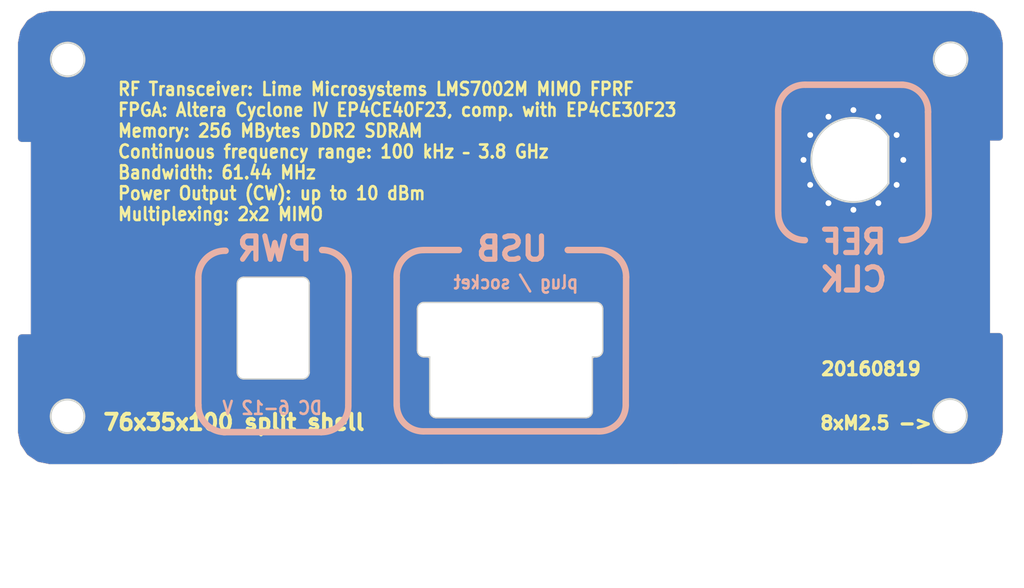
<source format=kicad_pcb>
(kicad_pcb (version 4) (host pcbnew "(2016-07-22 BZR 6991, Git 146a78a)-product")

  (general
    (links 11)
    (no_connects 0)
    (area 25.619999 92.929999 101.630001 127.950001)
    (thickness 1.6)
    (drawings 299)
    (tracks 1)
    (zones 0)
    (modules 1)
    (nets 2)
  )

  (page A4)
  (layers
    (0 F.Cu signal)
    (31 B.Cu signal)
    (32 B.Adhes user)
    (33 F.Adhes user)
    (34 B.Paste user)
    (35 F.Paste user)
    (36 B.SilkS user)
    (37 F.SilkS user)
    (38 B.Mask user)
    (39 F.Mask user)
    (40 Dwgs.User user)
    (41 Cmts.User user)
    (42 Eco1.User user)
    (43 Eco2.User user)
    (44 Edge.Cuts user)
    (45 Margin user)
    (46 B.CrtYd user)
    (47 F.CrtYd user)
    (48 B.Fab user)
    (49 F.Fab user)
  )

  (setup
    (last_trace_width 0.25)
    (trace_clearance 0.2)
    (zone_clearance 0)
    (zone_45_only yes)
    (trace_min 0.2)
    (segment_width 0.5)
    (edge_width 0.1)
    (via_size 0.8)
    (via_drill 0.4)
    (via_min_size 0.4)
    (via_min_drill 0.3)
    (uvia_size 0.3)
    (uvia_drill 0.1)
    (uvias_allowed no)
    (uvia_min_size 0.2)
    (uvia_min_drill 0.1)
    (pcb_text_width 0.3)
    (pcb_text_size 1.5 1.5)
    (mod_edge_width 0.15)
    (mod_text_size 1 1)
    (mod_text_width 0.15)
    (pad_size 0.8 0.8)
    (pad_drill 0.45)
    (pad_to_mask_clearance 0)
    (aux_axis_origin 24.25 92.1)
    (grid_origin 24.25 92.1)
    (visible_elements 7FFFFFFF)
    (pcbplotparams
      (layerselection 0x010f0_ffffffff)
      (usegerberextensions true)
      (excludeedgelayer true)
      (linewidth 0.150000)
      (plotframeref false)
      (viasonmask false)
      (mode 1)
      (useauxorigin true)
      (hpglpennumber 1)
      (hpglpenspeed 20)
      (hpglpendiameter 15)
      (psnegative false)
      (psa4output false)
      (plotreference false)
      (plotvalue false)
      (plotinvisibletext false)
      (padsonsilk false)
      (subtractmaskfromsilk true)
      (outputformat 1)
      (mirror false)
      (drillshape 0)
      (scaleselection 1)
      (outputdirectory Gerber/20160819_rear_panel/))
  )

  (net 0 "")
  (net 1 GND)

  (net_class Default "This is the default net class."
    (clearance 0.2)
    (trace_width 0.25)
    (via_dia 0.8)
    (via_drill 0.4)
    (uvia_dia 0.3)
    (uvia_drill 0.1)
    (add_net GND)
  )

  (module Ohisja:SMA_test1 (layer B.Cu) (tedit 57AB487E) (tstamp 57ABA22E)
    (at 90.085 104.445802 180)
    (fp_text reference REF** (at 0 -7.7 180) (layer Dwgs.User)
      (effects (font (size 1 1) (thickness 0.15)))
    )
    (fp_text value 2 (at 0 -6.7 180) (layer B.Fab)
      (effects (font (size 1 1) (thickness 0.15)) (justify mirror))
    )
    (fp_circle (center 0 0) (end 2.66 0) (layer B.Mask) (width 3))
    (fp_arc (start 0 0) (end -2.7 1.81) (angle -292.3265473) (layer Edge.Cuts) (width 0.15))
    (fp_circle (center 0 0) (end 6.25 0) (layer Dwgs.User) (width 0.15))
    (fp_line (start 0.2 -0.2) (end -0.2 0.2) (layer Dwgs.User) (width 0.15))
    (fp_line (start -0.2 -0.2) (end 0.2 0.2) (layer Dwgs.User) (width 0.15))
    (fp_line (start 4 -2.1) (end 4 2.1) (layer Dwgs.User) (width 0.15))
    (fp_line (start 0 -4.5) (end 4 -2.1) (layer Dwgs.User) (width 0.15))
    (fp_line (start -4 -2.1) (end 0 -4.5) (layer Dwgs.User) (width 0.15))
    (fp_line (start -4 2.1) (end -4 -2.1) (layer Dwgs.User) (width 0.15))
    (fp_line (start 0 4.5) (end -4 2.1) (layer Dwgs.User) (width 0.15))
    (fp_line (start 4 2.1) (end 0 4.5) (layer Dwgs.User) (width 0.15))
    (fp_line (start -2.7 1.81) (end -2.7 -1.81) (layer Edge.Cuts) (width 0.15))
    (fp_circle (center 0 0) (end 4.5 0) (layer Dwgs.User) (width 0.15))
    (fp_circle (center 0 0) (end 3.25 0) (layer Dwgs.User) (width 0.15))
    (fp_line (start -2.93 1.84) (end -2.93 -1.85) (layer B.Mask) (width 0.7))
    (fp_circle (center 0 0) (end 3.83 0) (layer B.Mask) (width 1.35))
    (fp_line (start -2.92 1.98) (end -2.92 -1.99) (layer F.Mask) (width 0.7))
    (fp_circle (center 0 0) (end 3.83 0) (layer F.Mask) (width 1.35))
    (fp_circle (center 0 0) (end 2.66 0) (layer F.Mask) (width 3))
    (pad 1 thru_hole circle (at 3.85 0 270) (size 0.8 0.8) (drill 0.45) (layers *.Cu)
      (net 1 GND))
    (pad 1 thru_hole circle (at 3.334198 1.925 240) (size 0.8 0.8) (drill 0.45) (layers *.Cu)
      (net 1 GND))
    (pad 1 thru_hole circle (at 1.925 3.334198 210) (size 0.8 0.8) (drill 0.45) (layers *.Cu)
      (net 1 GND))
    (pad 1 thru_hole circle (at 0 3.85 180) (size 0.8 0.8) (drill 0.45) (layers *.Cu)
      (net 1 GND))
    (pad 1 thru_hole circle (at -1.925 3.334198 150) (size 0.8 0.8) (drill 0.45) (layers *.Cu)
      (net 1 GND))
    (pad 1 thru_hole circle (at -3.334198 1.925 120) (size 0.8 0.8) (drill 0.45) (layers *.Cu)
      (net 1 GND))
    (pad 1 thru_hole circle (at -3.85 0 90) (size 0.8 0.8) (drill 0.45) (layers *.Cu)
      (net 1 GND))
    (pad 1 thru_hole circle (at -3.334198 -1.925 60) (size 0.8 0.8) (drill 0.45) (layers *.Cu)
      (net 1 GND))
    (pad 1 thru_hole circle (at -1.925 -3.334198 30) (size 0.8 0.8) (drill 0.45) (layers *.Cu)
      (net 1 GND))
    (pad 1 thru_hole circle (at 0 -3.85) (size 0.8 0.8) (drill 0.45) (layers *.Cu)
      (net 1 GND))
    (pad 1 thru_hole circle (at 1.925 -3.334198 330) (size 0.8 0.8) (drill 0.45) (layers *.Cu)
      (net 1 GND))
    (pad 1 thru_hole circle (at 3.334198 -1.925 300) (size 0.8 0.8) (drill 0.45) (layers *.Cu)
      (net 1 GND))
    (model D:/Dropbox/Projekti/Ohisja/sma.wrl
      (at (xyz 0 -0.02559055118110237 -0.1377952755905512))
      (scale (xyz 0.3937 0.3937 0.3937))
      (rotate (xyz 0 0 0))
    )
  )

  (gr_text 20160819 (at 87.47 120.58) (layer F.SilkS) (tstamp 57B728A9)
    (effects (font (size 1 1) (thickness 0.25)) (justify left))
  )
  (gr_line (start 30.861191 121.923439) (end 96.368446 121.923439) (layer Dwgs.User) (width 0.1))
  (gr_text "RF Transceiver: Lime Microsystems LMS7002M MIMO FPRF\nFPGA: Altera Cyclone IV EP4CE40F23, comp. with EP4CE30F23\nMemory: 256 MBytes DDR2 SDRAM\nContinuous frequency range: 100 kHz – 3.8 GHz\nBandwidth: 61.44 MHz\nPower Output (CW): up to 10 dBm\nMultiplexing: 2x2 MIMO" (at 33.25 103.8) (layer F.SilkS)
    (effects (font (size 1 0.9) (thickness 0.2)) (justify left))
  )
  (gr_text "plug / socket" (at 64.05 113.9) (layer B.SilkS) (tstamp 57B64499)
    (effects (font (size 1 0.9) (thickness 0.2)) (justify mirror))
  )
  (gr_text "DC 6-12 V" (at 45.25 123.6) (layer B.SilkS) (tstamp 57B64349)
    (effects (font (size 1 0.9) (thickness 0.2)) (justify mirror))
  )
  (gr_line (start 59.65 111.4) (end 56.95 111.4) (layer B.SilkS) (width 0.5))
  (gr_line (start 70.45 111.4) (end 68.05 111.4) (layer B.SilkS) (width 0.5))
  (gr_arc (start 70.47 123.35) (end 70.42 125.4) (angle -91.39718103) (layer B.SilkS) (width 0.5) (tstamp 57B6427F))
  (gr_arc (start 56.91 123.34939) (end 54.86 123.29939) (angle -91.4) (layer B.SilkS) (width 0.5) (tstamp 57B6427E))
  (gr_line (start 56.95 125.4) (end 70.45 125.4) (layer B.SilkS) (width 0.5) (tstamp 57B6427D))
  (gr_line (start 54.85 123.4) (end 54.85 113.5) (layer B.SilkS) (width 0.5) (tstamp 57B6427C))
  (gr_arc (start 56.900146 113.45638) (end 56.950146 111.40638) (angle -92.61605329) (layer B.SilkS) (width 0.5) (tstamp 57B6427B))
  (gr_arc (start 70.5 113.45) (end 72.55 113.5) (angle -91.39718103) (layer B.SilkS) (width 0.5) (tstamp 57B6427A))
  (gr_line (start 72.52 123.37) (end 72.55 113.5) (layer B.SilkS) (width 0.5) (tstamp 57B64279))
  (gr_line (start 39.55 123.4) (end 39.55 113.5) (layer B.SilkS) (width 0.5))
  (gr_arc (start 41.60061 113.51) (end 41.65061 111.46) (angle -91.39718103) (layer B.SilkS) (width 0.5) (tstamp 57B641C9))
  (gr_arc (start 41.61 123.40939) (end 39.56 123.35939) (angle -91.4) (layer B.SilkS) (width 0.5) (tstamp 57B641C7))
  (gr_line (start 41.51 125.46) (end 49.03 125.46) (layer B.SilkS) (width 0.5) (tstamp 57B641C6))
  (gr_arc (start 49.07 123.41) (end 49.02 125.46) (angle -91.39718103) (layer B.SilkS) (width 0.5) (tstamp 57B641C5))
  (gr_line (start 51.12 123.37) (end 51.15 113.5) (layer B.SilkS) (width 0.5) (tstamp 57B641C4))
  (gr_arc (start 49.1 113.45) (end 51.15 113.5) (angle -91.39718103) (layer B.SilkS) (width 0.5) (tstamp 57B641C3))
  (gr_text PWR (at 45.45 111.3) (layer B.SilkS) (tstamp 57B64190)
    (effects (font (size 1.8 1.8) (thickness 0.4)) (justify mirror))
  )
  (gr_text USB (at 63.75 111.3) (layer B.SilkS) (tstamp 57B64181)
    (effects (font (size 1.8 1.8) (thickness 0.4)) (justify mirror))
  )
  (gr_line (start 69.45 124.35) (end 57.9 124.35) (layer Edge.Cuts) (width 0.1) (tstamp 57B63D26))
  (gr_arc (start 69.45 123.85) (end 69.95 123.85) (angle 90) (layer Edge.Cuts) (width 0.1) (tstamp 57B63D18))
  (gr_line (start 69.95 119.65) (end 69.95 123.85) (layer Edge.Cuts) (width 0.1) (tstamp 57B63D0C))
  (gr_line (start 43.05 121.35) (end 47.6 121.35) (layer Edge.Cuts) (width 0.1) (tstamp 57B63C92))
  (gr_arc (start 47.6 120.85) (end 48.1 120.85) (angle 90) (layer Edge.Cuts) (width 0.1) (tstamp 57B63C91))
  (gr_line (start 48.1 114) (end 48.1 120.85) (layer Edge.Cuts) (width 0.1) (tstamp 57B63C90))
  (gr_arc (start 47.6 114) (end 47.6 113.5) (angle 90) (layer Edge.Cuts) (width 0.1) (tstamp 57B63C8F))
  (gr_line (start 47.6 113.5) (end 43.05 113.5) (layer Edge.Cuts) (width 0.1) (tstamp 57B63C8E))
  (gr_arc (start 43.05 114) (end 42.55 114) (angle 90) (layer Edge.Cuts) (width 0.1) (tstamp 57B63C8D))
  (gr_line (start 42.55 114) (end 42.55 120.85) (layer Edge.Cuts) (width 0.1) (tstamp 57B63C8C))
  (gr_arc (start 43.05 120.85) (end 43.05 121.35) (angle 90) (layer Edge.Cuts) (width 0.1) (tstamp 57B63C8B))
  (gr_arc (start 57.9 123.85) (end 57.9 124.35) (angle 90) (layer Edge.Cuts) (width 0.1) (tstamp 57B63C4B))
  (gr_line (start 57.4 119.65) (end 57.4 123.85) (layer Edge.Cuts) (width 0.1))
  (gr_line (start 69.95 119.65) (end 70.25 119.65) (layer Edge.Cuts) (width 0.1))
  (gr_line (start 57.4 119.65) (end 56.95 119.65) (layer Edge.Cuts) (width 0.1))
  (gr_arc (start 70.25 119.15) (end 70.75 119.15) (angle 90) (layer Edge.Cuts) (width 0.1) (tstamp 57B63BFF))
  (gr_line (start 70.75 115.95) (end 70.75 119.15) (layer Edge.Cuts) (width 0.1))
  (gr_arc (start 56.95 119.15) (end 56.95 119.65) (angle 90) (layer Edge.Cuts) (width 0.1) (tstamp 57B63BC7))
  (gr_line (start 56.45 115.95) (end 56.45 119.15) (layer Edge.Cuts) (width 0.1))
  (gr_arc (start 56.95 115.95) (end 56.45 115.95) (angle 90) (layer Edge.Cuts) (width 0.1) (tstamp 57B63B94))
  (gr_line (start 70.25 115.45) (end 56.95 115.45) (layer Edge.Cuts) (width 0.1))
  (gr_arc (start 70.25 115.95) (end 70.25 115.45) (angle 90) (layer Edge.Cuts) (width 0.1))
  (gr_line (start 101.62 118.1) (end 101.62 125.44) (layer Edge.Cuts) (width 0.02) (tstamp 57C9AB8D))
  (gr_line (start 25.63 95.43) (end 25.63 102.76) (layer Edge.Cuts) (width 0.02) (tstamp 57C9AB98))
  (gr_arc (start 25.93 102.76) (end 25.93 103.06) (angle 90) (layer Edge.Cuts) (width 0.02) (tstamp 57C9AB97))
  (gr_line (start 26.62 103.06) (end 25.93 103.06) (layer Edge.Cuts) (width 0.02) (tstamp 57C9AB96))
  (gr_line (start 26.62 117.9) (end 25.93 117.9) (layer Edge.Cuts) (width 0.02) (tstamp 57C9AB94))
  (gr_arc (start 25.93 118.2) (end 25.63 118.2) (angle 90) (layer Edge.Cuts) (width 0.02) (tstamp 57C9AB93))
  (gr_line (start 26.62 103.06) (end 26.62 117.9) (layer Edge.Cuts) (width 0.02) (tstamp 57C9AB92))
  (gr_line (start 25.63 118.2) (end 25.63 125.45) (layer Edge.Cuts) (width 0.02) (tstamp 57C9AB90))
  (gr_line (start 100.63 117.8) (end 100.629999 102.96) (layer Edge.Cuts) (width 0.02) (tstamp 57C9AB8C))
  (gr_arc (start 101.32 118.1) (end 101.32 117.8) (angle 90) (layer Edge.Cuts) (width 0.02) (tstamp 57C9AB8B))
  (gr_line (start 100.629999 102.96) (end 101.32 102.96) (layer Edge.Cuts) (width 0.02) (tstamp 57C9AB89))
  (gr_line (start 100.63 117.8) (end 101.32 117.8) (layer Edge.Cuts) (width 0.02) (tstamp 57C9AB88))
  (gr_arc (start 101.32 102.66) (end 101.62 102.66) (angle 90) (layer Edge.Cuts) (width 0.02) (tstamp 57C9AB85))
  (gr_line (start 101.62 95.43) (end 101.62 102.66) (layer Edge.Cuts) (width 0.02) (tstamp 57C9AB83))
  (gr_line (start 89.85 99.53) (end 90.25 99.93) (layer Dwgs.User) (width 0.2) (tstamp 57ABA1D5))
  (gr_line (start 90.25 99.53) (end 89.85 99.93) (layer Dwgs.User) (width 0.2) (tstamp 57ABA1E4))
  (gr_line (start 90.25 99.93) (end 90.25 99.53) (layer Dwgs.User) (width 0.2) (tstamp 57ABA1E1))
  (gr_line (start 90.25 99.53) (end 89.85 99.93) (layer Dwgs.User) (width 0.2) (tstamp 57ABA1DB))
  (gr_line (start 89.85 99.93) (end 89.85 99.53) (layer Dwgs.User) (width 0.2) (tstamp 57ABA1D8))
  (gr_line (start 89.85 99.53) (end 90.25 99.93) (layer Dwgs.User) (width 0.2) (tstamp 57ABA1DE))
  (gr_line (start 97.289077 123.308939) (end 97.289077 121.708939) (layer Dwgs.User) (width 0.1))
  (gr_line (start 48.0331 113.572642) (end 42.668781 113.572642) (layer Dwgs.User) (width 0.1))
  (gr_line (start 48.0331 121.236828) (end 48.0331 113.572642) (layer Dwgs.User) (width 0.1))
  (gr_line (start 42.668781 113.572642) (end 42.668781 121.236828) (layer Dwgs.User) (width 0.1))
  (gr_line (start 97.289077 121.708939) (end 29.202965 121.708939) (layer Dwgs.User) (width 0.1))
  (gr_line (start 69.913521 119.199078) (end 57.413521 119.199078) (layer Dwgs.User) (width 0.1))
  (gr_line (start 42.668781 121.236828) (end 48.0331 121.236828) (layer Dwgs.User) (width 0.1))
  (gr_line (start 29.202965 121.708939) (end 29.202965 123.308939) (layer Dwgs.User) (width 0.1))
  (gr_line (start 57.413521 119.199078) (end 57.413521 124.199078) (layer Dwgs.User) (width 0.1))
  (gr_line (start 69.913521 124.199078) (end 69.913521 119.199078) (layer Dwgs.User) (width 0.1))
  (gr_line (start 29.202965 123.308939) (end 97.289077 123.308939) (layer Dwgs.User) (width 0.1))
  (gr_line (start 57.413521 124.199078) (end 69.913521 124.199078) (layer Dwgs.User) (width 0.1))
  (gr_line (start 95.513035 97.299353) (end 95.575398 94.81731) (layer Dwgs.User) (width 0.1))
  (gr_line (start 99.080191 98.933259) (end 97.196832 98.858422) (layer Dwgs.User) (width 0.1))
  (gr_line (start 30.807102 95.442694) (end 29.643562 94.960739) (layer Dwgs.User) (width 0.1))
  (gr_line (start 28.123694 119.912146) (end 28.086277 121.758088) (layer Dwgs.User) (width 0.1))
  (gr_line (start 28.037135 124.122396) (end 28.519087 125.285936) (layer Dwgs.User) (width 0.1))
  (gr_line (start 96.149136 123.57909) (end 97.309086 122.506451) (layer Dwgs.User) (width 0.1))
  (gr_line (start 29.932219 121.770562) (end 29.894802 122.369246) (layer Dwgs.User) (width 0.1))
  (gr_line (start 95.625289 123.554142) (end 96.149136 123.57909) (layer Dwgs.User) (width 0.1))
  (gr_line (start 29.643562 98.251731) (end 30.807102 97.769778) (layer Dwgs.User) (width 0.1))
  (gr_line (start 96.151332 124.169465) (end 96.151332 124.169465) (layer Dwgs.User) (width 0.1))
  (gr_line (start 31.516237 123.529196) (end 31.603545 125.811677) (layer Dwgs.User) (width 0.1))
  (gr_line (start 29.98211 98.845953) (end 28.111223 98.858427) (layer Dwgs.User) (width 0.1))
  (gr_line (start 96.660508 110.345668) (end 96.7104 100.854035) (layer Dwgs.User) (width 0.1))
  (gr_line (start 30.846168 122.958856) (end 29.682629 122.476901) (layer Dwgs.User) (width 0.1))
  (gr_line (start 96.660508 119.912135) (end 96.660508 110.345668) (layer Dwgs.User) (width 0.1))
  (gr_line (start 31.289056 96.606234) (end 30.807102 95.442694) (layer Dwgs.User) (width 0.1))
  (gr_line (start 28.480022 97.769778) (end 29.643562 98.251731) (layer Dwgs.User) (width 0.1))
  (gr_line (start 28.519087 122.958856) (end 28.037135 124.122396) (layer Dwgs.User) (width 0.1))
  (gr_line (start 29.682629 122.476901) (end 28.519087 122.958856) (layer Dwgs.User) (width 0.1))
  (gr_line (start 97.796826 122.52397) (end 96.633284 123.005925) (layer Dwgs.User) (width 0.1))
  (gr_line (start 31.603545 125.811677) (end 95.550452 125.824151) (layer Dwgs.User) (width 0.1))
  (gr_line (start 31.328123 124.122396) (end 30.846168 122.958856) (layer Dwgs.User) (width 0.1))
  (gr_line (start 96.7104 100.854035) (end 99.055243 100.766727) (layer Dwgs.User) (width 0.1))
  (gr_line (start 28.480022 95.442694) (end 27.998068 96.606234) (layer Dwgs.User) (width 0.1))
  (gr_line (start 99.155025 119.949552) (end 96.660508 119.912135) (layer Dwgs.User) (width 0.1))
  (gr_line (start 99.22986 121.770548) (end 99.155025 119.949552) (layer Dwgs.User) (width 0.1))
  (gr_line (start 27.998068 96.606234) (end 28.480022 97.769778) (layer Dwgs.User) (width 0.1))
  (gr_line (start 98.960365 123.005925) (end 97.796826 122.52397) (layer Dwgs.User) (width 0.1))
  (gr_line (start 70.608536 119.540521) (end 70.608536 115.480749) (layer Dwgs.User) (width 0.1))
  (gr_line (start 29.643562 94.960739) (end 28.480022 95.442694) (layer Dwgs.User) (width 0.1))
  (gr_line (start 29.894802 122.369246) (end 30.95497 123.579085) (layer Dwgs.User) (width 0.1))
  (gr_line (start 31.34162 97.199573) (end 29.98211 98.584028) (layer Dwgs.User) (width 0.1))
  (gr_line (start 97.246723 98.234792) (end 96.236444 97.286879) (layer Dwgs.User) (width 0.1))
  (gr_line (start 95.575398 94.81731) (end 31.62849 94.829781) (layer Dwgs.User) (width 0.1))
  (gr_line (start 30.807102 97.769778) (end 31.289056 96.606234) (layer Dwgs.User) (width 0.1))
  (gr_line (start 97.408863 121.832911) (end 99.22986 121.770548) (layer Dwgs.User) (width 0.1))
  (gr_line (start 28.111223 98.858427) (end 28.086274 100.754261) (layer Dwgs.User) (width 0.1))
  (gr_line (start 27.998068 96.606234) (end 27.998068 96.606234) (layer Dwgs.User) (width 0.1))
  (gr_line (start 29.682629 125.76789) (end 30.846168 125.285936) (layer Dwgs.User) (width 0.1))
  (gr_line (start 30.95497 123.579085) (end 31.516237 123.529196) (layer Dwgs.User) (width 0.1))
  (gr_line (start 96.236444 97.286879) (end 95.513035 97.299353) (layer Dwgs.User) (width 0.1))
  (gr_line (start 56.543957 119.540521) (end 70.608536 119.540521) (layer Dwgs.User) (width 0.1))
  (gr_line (start 28.086277 121.758088) (end 29.932219 121.770562) (layer Dwgs.User) (width 0.1))
  (gr_line (start 28.086274 100.754261) (end 30.555846 100.779209) (layer Dwgs.User) (width 0.1))
  (gr_line (start 30.846168 125.285936) (end 31.328123 124.122396) (layer Dwgs.User) (width 0.1))
  (gr_line (start 28.519087 125.285936) (end 29.682629 125.76789) (layer Dwgs.User) (width 0.1))
  (gr_line (start 96.633284 123.005925) (end 96.151332 124.169465) (layer Dwgs.User) (width 0.1))
  (gr_line (start 99.055243 100.766727) (end 99.080191 98.933259) (layer Dwgs.User) (width 0.1))
  (gr_line (start 56.543957 115.480749) (end 56.543957 119.540521) (layer Dwgs.User) (width 0.1))
  (gr_line (start 28.037135 124.122396) (end 28.037135 124.122396) (layer Dwgs.User) (width 0.1))
  (gr_line (start 70.608536 115.480749) (end 56.543957 115.480749) (layer Dwgs.User) (width 0.1))
  (gr_line (start 70.396626 119.272938) (end 70.396626 115.83049) (layer Dwgs.User) (width 0.1))
  (gr_line (start 56.751611 115.83049) (end 56.751611 119.272938) (layer Dwgs.User) (width 0.1))
  (gr_line (start 30.555846 100.779209) (end 30.580794 119.862255) (layer Dwgs.User) (width 0.1))
  (gr_line (start 56.751611 119.272938) (end 70.396626 119.272938) (layer Dwgs.User) (width 0.1))
  (gr_line (start 70.396626 115.83049) (end 56.751611 115.83049) (layer Dwgs.User) (width 0.1))
  (gr_line (start 97.309086 122.506451) (end 97.408863 121.832911) (layer Dwgs.User) (width 0.1))
  (gr_line (start 97.196832 98.858422) (end 97.246723 98.234792) (layer Dwgs.User) (width 0.1))
  (gr_line (start 29.98211 98.584028) (end 29.98211 98.845953) (layer Dwgs.User) (width 0.1))
  (gr_line (start 95.550452 125.824151) (end 95.625289 123.554142) (layer Dwgs.User) (width 0.1))
  (gr_line (start 30.580794 119.862255) (end 28.123694 119.912146) (layer Dwgs.User) (width 0.1))
  (gr_line (start 99.44232 124.169465) (end 98.960365 123.005925) (layer Dwgs.User) (width 0.1))
  (gr_line (start 98.960365 125.333005) (end 99.44232 124.169465) (layer Dwgs.User) (width 0.1))
  (gr_line (start 97.796826 125.814959) (end 98.960365 125.333005) (layer Dwgs.User) (width 0.1))
  (gr_line (start 101.610071 127.868714) (end 101.610071 92.868713) (layer Dwgs.User) (width 0.1))
  (gr_line (start 25.610068 92.868713) (end 25.610068 127.868714) (layer Dwgs.User) (width 0.1))
  (gr_line (start 70.271898 119.28539) (end 56.851404 119.28539) (layer Dwgs.User) (width 0.1))
  (gr_line (start 69.648749 123.919269) (end 69.648749 119.400409) (layer Dwgs.User) (width 0.1))
  (gr_line (start 69.648749 119.400409) (end 57.662449 119.400409) (layer Dwgs.User) (width 0.1))
  (gr_line (start 57.662449 119.400409) (end 57.662449 123.919269) (layer Dwgs.User) (width 0.1))
  (gr_line (start 42.825261 121.244304) (end 47.826765 121.244304) (layer Dwgs.User) (width 0.1))
  (gr_line (start 47.908206 113.805182) (end 42.906702 113.805182) (layer Dwgs.User) (width 0.1))
  (gr_line (start 57.662449 123.919269) (end 69.648749 123.919269) (layer Dwgs.User) (width 0.1))
  (gr_line (start 97.756908 98.2755) (end 98.920445 97.793544) (layer Dwgs.User) (width 0.1))
  (gr_line (start 96.593365 97.793544) (end 97.756908 98.2755) (layer Dwgs.User) (width 0.1))
  (gr_line (start 56.851404 121.256057) (end 70.271898 121.256057) (layer Dwgs.User) (width 0.1))
  (gr_line (start 47.908206 121.226366) (end 47.908206 113.805182) (layer Dwgs.User) (width 0.1))
  (gr_line (start 96.593365 95.466459) (end 96.111414 96.63) (layer Dwgs.User) (width 0.1))
  (gr_line (start 98.920445 95.466459) (end 97.756908 94.984505) (layer Dwgs.User) (width 0.1))
  (gr_line (start 70.271898 121.256057) (end 70.271898 119.28539) (layer Dwgs.User) (width 0.1))
  (gr_line (start 42.825261 113.82312) (end 42.825261 121.244304) (layer Dwgs.User) (width 0.1))
  (gr_line (start 96.151332 124.169465) (end 96.633284 125.333005) (layer Dwgs.User) (width 0.1))
  (gr_line (start 47.826765 121.244304) (end 47.826765 113.82312) (layer Dwgs.User) (width 0.1))
  (gr_line (start 47.826765 113.82312) (end 42.825261 113.82312) (layer Dwgs.User) (width 0.1))
  (gr_line (start 42.906702 121.226366) (end 47.908206 121.226366) (layer Dwgs.User) (width 0.1))
  (gr_line (start 96.633284 125.333005) (end 97.796826 125.814959) (layer Dwgs.User) (width 0.1))
  (gr_line (start 96.111414 96.63) (end 96.111414 96.63) (layer Dwgs.User) (width 0.1))
  (gr_line (start 97.756908 94.984505) (end 96.593365 95.466459) (layer Dwgs.User) (width 0.1))
  (gr_line (start 99.402402 96.63) (end 98.920445 95.466459) (layer Dwgs.User) (width 0.1))
  (gr_line (start 56.851404 119.28539) (end 56.851404 121.256057) (layer Dwgs.User) (width 0.1))
  (gr_line (start 42.906702 113.805182) (end 42.906702 121.226366) (layer Dwgs.User) (width 0.1))
  (gr_line (start 25.610068 127.868714) (end 101.610071 127.868714) (layer Dwgs.User) (width 0.1))
  (gr_line (start 101.610071 92.868713) (end 25.610068 92.868713) (layer Dwgs.User) (width 0.1))
  (gr_line (start 98.920445 97.793544) (end 99.402402 96.63) (layer Dwgs.User) (width 0.1))
  (gr_line (start 96.111414 96.63) (end 96.593365 97.793544) (layer Dwgs.User) (width 0.1))
  (gr_text "8xM2.5 ->" (at 87.4 124.76) (layer F.SilkS) (tstamp 57B5EECB)
    (effects (font (size 1 1) (thickness 0.25)) (justify left))
  )
  (gr_circle (center 29.47 124.25) (end 27.673904 124.29511) (layer B.Mask) (width 1) (tstamp 57B5ECCE))
  (gr_circle (center 29.46 96.68) (end 27.663904 96.72511) (layer B.Mask) (width 1) (tstamp 57B5ECC0))
  (gr_circle (center 97.583338 96.67) (end 95.787242 96.71511) (layer B.Mask) (width 1) (tstamp 57B5ECA8))
  (gr_circle (center 29.46 124.24) (end 28.16 124.24) (layer Edge.Cuts) (width 0.15) (tstamp 57B5EBE9))
  (gr_circle (center 29.47 96.69) (end 28.17 96.69) (layer Edge.Cuts) (width 0.15) (tstamp 57B5EBDF))
  (gr_circle (center 97.58 96.66) (end 96.28 96.66) (layer Edge.Cuts) (width 0.15) (tstamp 57B5EBD5))
  (dimension 69.540006 (width 0.3) (layer Dwgs.User)
    (gr_text "69.540 mm" (at 63.563149 138.094064 0.02471776357) (layer Dwgs.User)
      (effects (font (size 1.5 1.5) (thickness 0.3)))
    )
    (feature1 (pts (xy 98.325738 120.9) (xy 98.333732 139.429064)))
    (feature2 (pts (xy 28.785738 120.93) (xy 28.793732 139.459064)))
    (crossbar (pts (xy 28.792567 136.759064) (xy 98.332567 136.729064)))
    (arrow1a (pts (xy 98.332567 136.729064) (xy 97.206316 137.315971)))
    (arrow1b (pts (xy 98.332567 136.729064) (xy 97.20581 136.143129)))
    (arrow2a (pts (xy 28.792567 136.759064) (xy 29.919324 137.344999)))
    (arrow2b (pts (xy 28.792567 136.759064) (xy 29.918818 136.172157)))
  )
  (gr_arc (start 28.12 125.45) (end 25.63 125.45) (angle -90) (layer Edge.Cuts) (width 0.02) (tstamp 57ABA381))
  (gr_arc (start 28.12 95.43) (end 28.12 92.94) (angle -90) (layer Edge.Cuts) (width 0.02) (tstamp 57ABA34D))
  (gr_arc (start 99.13 95.43) (end 101.62 95.43) (angle -90) (layer Edge.Cuts) (width 0.02) (tstamp 57ABA31B))
  (gr_arc (start 86.33 100.69) (end 86.38 98.64) (angle -91.39718103) (layer B.SilkS) (width 0.5) (tstamp 57ABA2A7))
  (gr_line (start 84.28 100.73) (end 84.28 108.52939) (layer B.SilkS) (width 0.5) (tstamp 57ABA2A6))
  (gr_arc (start 86.34 108.59) (end 84.29 108.54) (angle -91.39718103) (layer B.SilkS) (width 0.5) (tstamp 57ABA2A5))
  (gr_line (start 90.25 113.53) (end 89.85 113.93) (layer Dwgs.User) (width 0.2) (tstamp 57ABA1E6))
  (gr_line (start 77.25 113.53) (end 76.85 113.93) (layer Dwgs.User) (width 0.2) (tstamp 57ABA1E5))
  (gr_line (start 90.25 113.93) (end 90.25 113.53) (layer Dwgs.User) (width 0.2) (tstamp 57ABA1E3))
  (gr_line (start 77.25 113.93) (end 77.25 113.53) (layer Dwgs.User) (width 0.2) (tstamp 57ABA1E2))
  (gr_line (start 89.85 113.53) (end 90.25 113.93) (layer Dwgs.User) (width 0.2) (tstamp 57ABA1E0))
  (gr_line (start 76.85 113.53) (end 77.25 113.93) (layer Dwgs.User) (width 0.2) (tstamp 57ABA1DF))
  (gr_line (start 90.25 113.53) (end 89.85 113.93) (layer Dwgs.User) (width 0.2) (tstamp 57ABA1DD))
  (gr_line (start 77.25 113.53) (end 76.85 113.93) (layer Dwgs.User) (width 0.2) (tstamp 57ABA1DC))
  (gr_line (start 89.85 113.93) (end 89.85 113.53) (layer Dwgs.User) (width 0.2) (tstamp 57ABA1DA))
  (gr_line (start 76.85 113.93) (end 76.85 113.53) (layer Dwgs.User) (width 0.2) (tstamp 57ABA1D9))
  (gr_line (start 89.85 113.53) (end 90.25 113.93) (layer Dwgs.User) (width 0.2) (tstamp 57ABA1D7))
  (gr_line (start 76.85 113.53) (end 77.25 113.93) (layer Dwgs.User) (width 0.2) (tstamp 57ABA1D6))
  (gr_line (start 76.85 99.53) (end 77.25 99.93) (layer Dwgs.User) (width 0.2) (tstamp 57ABA1AB))
  (gr_line (start 77.25 99.53) (end 76.85 99.93) (layer Dwgs.User) (width 0.2) (tstamp 57ABA1AA))
  (gr_line (start 77.25 99.93) (end 77.25 99.53) (layer Dwgs.User) (width 0.2) (tstamp 57ABA1A9))
  (gr_line (start 63.25 113.53) (end 62.85 113.93) (layer Dwgs.User) (width 0.2) (tstamp 57AB9F4E))
  (gr_line (start 50.25 113.53) (end 49.85 113.93) (layer Dwgs.User) (width 0.2) (tstamp 57AB9F4D))
  (gr_line (start 37.25 113.53) (end 36.85 113.93) (layer Dwgs.User) (width 0.2) (tstamp 57AB9F4C))
  (gr_line (start 63.25 113.93) (end 63.25 113.53) (layer Dwgs.User) (width 0.2) (tstamp 57AB9F49))
  (gr_line (start 50.25 113.93) (end 50.25 113.53) (layer Dwgs.User) (width 0.2) (tstamp 57AB9F48))
  (gr_line (start 37.25 113.93) (end 37.25 113.53) (layer Dwgs.User) (width 0.2) (tstamp 57AB9F47))
  (gr_line (start 62.85 113.53) (end 63.25 113.93) (layer Dwgs.User) (width 0.2) (tstamp 57AB9F44))
  (gr_line (start 49.85 113.53) (end 50.25 113.93) (layer Dwgs.User) (width 0.2) (tstamp 57AB9F43))
  (gr_line (start 36.85 113.53) (end 37.25 113.93) (layer Dwgs.User) (width 0.2) (tstamp 57AB9F42))
  (gr_line (start 76.85 99.53) (end 77.25 99.93) (layer Dwgs.User) (width 0.2))
  (gr_line (start 76.85 99.93) (end 76.85 99.53) (layer Dwgs.User) (width 0.2))
  (gr_line (start 77.25 99.53) (end 76.85 99.93) (layer Dwgs.User) (width 0.2))
  (gr_text "REF\nCLK" (at 90.09 112.23) (layer B.SilkS) (tstamp 57AB9C37)
    (effects (font (size 1.8 1.8) (thickness 0.4)) (justify mirror))
  )
  (gr_line (start 93.89 98.64) (end 86.37 98.64) (layer B.SilkS) (width 0.5) (tstamp 57AB9C35))
  (gr_arc (start 93.79 100.69061) (end 95.84 100.74061) (angle -91.39718103) (layer B.SilkS) (width 0.5) (tstamp 57AB9C34))
  (gr_line (start 95.89 108.54) (end 95.84 100.74061) (layer B.SilkS) (width 0.5) (tstamp 57AB9C33))
  (gr_arc (start 93.83939 108.59) (end 93.78939 110.64) (angle -91.39718103) (layer B.SilkS) (width 0.5) (tstamp 57AB9C32))
  (gr_circle (center 97.546096 124.19489) (end 95.75 124.24) (layer B.Mask) (width 1) (tstamp 57AB9B1D))
  (gr_circle (center 97.54 124.2) (end 96.24 124.2) (layer Edge.Cuts) (width 0.15) (tstamp 57AB9B1B))
  (gr_arc (start 99.13 125.44) (end 99.13 127.93) (angle -90) (layer Edge.Cuts) (width 0.02) (tstamp 57AB9363))
  (gr_line (start 99.13 127.93) (end 28.12 127.94) (layer Edge.Cuts) (width 0.02))
  (gr_line (start 28.12 92.94) (end 99.13 92.94) (layer Edge.Cuts) (width 0.02))
  (gr_line (start 27.791242 124.238726) (end 28.273197 123.075186) (layer Dwgs.User) (width 0.1))
  (gr_line (start 29.476654 95.053766) (end 30.640197 95.53572) (layer Dwgs.User) (width 0.1))
  (gr_line (start 29.476654 98.344761) (end 28.313117 97.862805) (layer Dwgs.User) (width 0.1))
  (gr_line (start 31.122148 96.699261) (end 30.640197 97.862805) (layer Dwgs.User) (width 0.1))
  (gr_line (start 101.623494 92.937974) (end 101.623494 127.937975) (layer Dwgs.User) (width 0.1))
  (gr_line (start 27.83116 96.699261) (end 28.313117 95.53572) (layer Dwgs.User) (width 0.1))
  (gr_line (start 30.600278 123.075186) (end 31.08223 124.238726) (layer Dwgs.User) (width 0.1))
  (gr_line (start 31.08223 124.238726) (end 31.08223 124.238726) (layer Dwgs.User) (width 0.1))
  (gr_line (start 28.273197 125.402266) (end 27.791242 124.238726) (layer Dwgs.User) (width 0.1))
  (gr_line (start 25.623491 127.937975) (end 25.623491 92.937974) (layer Dwgs.User) (width 0.1))
  (gr_line (start 101.623494 127.937975) (end 25.623491 127.937975) (layer Dwgs.User) (width 0.1))
  (gr_line (start 99.196427 124.191657) (end 98.714475 125.355197) (layer Dwgs.User) (width 0.1))
  (gr_line (start 30.600278 125.402266) (end 29.436736 125.88422) (layer Dwgs.User) (width 0.1))
  (gr_line (start 30.640197 97.862805) (end 29.476654 98.344761) (layer Dwgs.User) (width 0.1))
  (gr_line (start 95.905439 124.191657) (end 96.387394 123.028117) (layer Dwgs.User) (width 0.1))
  (gr_line (start 29.436736 122.593231) (end 30.600278 123.075186) (layer Dwgs.User) (width 0.1))
  (gr_line (start 31.08223 124.238726) (end 30.600278 125.402266) (layer Dwgs.User) (width 0.1))
  (gr_line (start 31.122148 96.699261) (end 31.122148 96.699261) (layer Dwgs.User) (width 0.1))
  (gr_line (start 30.640197 95.53572) (end 31.122148 96.699261) (layer Dwgs.User) (width 0.1))
  (gr_line (start 28.313117 95.53572) (end 29.476654 95.053766) (layer Dwgs.User) (width 0.1))
  (gr_line (start 28.313117 97.862805) (end 27.83116 96.699261) (layer Dwgs.User) (width 0.1))
  (gr_line (start 25.623491 92.937974) (end 101.623494 92.937974) (layer Dwgs.User) (width 0.1))
  (gr_line (start 96.387394 125.355197) (end 95.905439 124.191657) (layer Dwgs.User) (width 0.1))
  (gr_line (start 29.436736 125.88422) (end 28.273197 125.402266) (layer Dwgs.User) (width 0.1))
  (gr_line (start 97.550933 125.837151) (end 96.387394 125.355197) (layer Dwgs.User) (width 0.1))
  (gr_line (start 28.273197 123.075186) (end 29.436736 122.593231) (layer Dwgs.User) (width 0.1))
  (gr_line (start 98.714475 125.355197) (end 97.550933 125.837151) (layer Dwgs.User) (width 0.1))
  (gr_line (start 96.278592 123.648346) (end 95.717325 123.598457) (layer Dwgs.User) (width 0.1))
  (gr_line (start 97.301343 121.839823) (end 97.33876 122.438507) (layer Dwgs.User) (width 0.1))
  (gr_line (start 30.573054 119.981396) (end 30.573054 110.414929) (layer Dwgs.User) (width 0.1))
  (gr_line (start 29.824699 121.902172) (end 28.003702 121.839809) (layer Dwgs.User) (width 0.1))
  (gr_line (start 98.75354 97.839039) (end 97.59 98.320992) (layer Dwgs.User) (width 0.1))
  (gr_line (start 96.42646 97.839039) (end 95.944506 96.675495) (layer Dwgs.User) (width 0.1))
  (gr_line (start 97.59 98.320992) (end 96.42646 97.839039) (layer Dwgs.User) (width 0.1))
  (gr_line (start 99.235494 96.675495) (end 99.235494 96.675495) (layer Dwgs.User) (width 0.1))
  (gr_line (start 96.677716 100.84847) (end 96.652768 119.931516) (layer Dwgs.User) (width 0.1))
  (gr_line (start 95.617546 96.957018) (end 95.891942 97.268834) (layer Dwgs.User) (width 0.1))
  (gr_line (start 97.251452 98.653289) (end 97.251452 98.915214) (layer Dwgs.User) (width 0.1))
  (gr_line (start 95.605072 94.899042) (end 95.617546 96.957018) (layer Dwgs.User) (width 0.1))
  (gr_line (start 31.608273 123.623403) (end 31.084426 123.648351) (layer Dwgs.User) (width 0.1))
  (gr_line (start 99.147288 100.823522) (end 96.677716 100.84847) (layer Dwgs.User) (width 0.1))
  (gr_line (start 95.891942 97.268834) (end 97.251452 98.653289) (layer Dwgs.User) (width 0.1))
  (gr_line (start 98.75354 95.511955) (end 99.235494 96.675495) (layer Dwgs.User) (width 0.1))
  (gr_line (start 95.630017 125.880938) (end 31.68311 125.893412) (layer Dwgs.User) (width 0.1))
  (gr_line (start 97.33876 122.438507) (end 96.278592 123.648346) (layer Dwgs.User) (width 0.1))
  (gr_line (start 99.109868 119.981407) (end 99.147285 121.827349) (layer Dwgs.User) (width 0.1))
  (gr_line (start 96.42646 95.511955) (end 97.59 95.03) (layer Dwgs.User) (width 0.1))
  (gr_line (start 31.658164 94.886571) (end 95.605072 94.899042) (layer Dwgs.User) (width 0.1))
  (gr_line (start 97.251452 98.915214) (end 99.122339 98.927688) (layer Dwgs.User) (width 0.1))
  (gr_line (start 99.196427 124.191657) (end 99.196427 124.191657) (layer Dwgs.User) (width 0.1))
  (gr_line (start 97.550933 122.546162) (end 98.714475 123.028117) (layer Dwgs.User) (width 0.1))
  (gr_line (start 30.03673 98.927683) (end 29.986839 98.304053) (layer Dwgs.User) (width 0.1))
  (gr_line (start 28.153371 99.00252) (end 30.03673 98.927683) (layer Dwgs.User) (width 0.1))
  (gr_line (start 30.861191 123.523439) (end 30.861191 121.923439) (layer Dwgs.User) (width 0.1))
  (gr_line (start 98.714475 123.028117) (end 99.196427 124.191657) (layer Dwgs.User) (width 0.1))
  (gr_line (start 96.368446 123.523439) (end 30.861191 123.523439) (layer Dwgs.User) (width 0.1))
  (gr_line (start 96.368446 121.923439) (end 96.368446 123.523439) (layer Dwgs.User) (width 0.1))
  (gr_line (start 30.997118 97.35614) (end 31.720527 97.368614) (layer Dwgs.User) (width 0.1))
  (gr_line (start 99.147285 121.827349) (end 97.301343 121.839823) (layer Dwgs.User) (width 0.1))
  (gr_line (start 95.944506 96.675495) (end 96.42646 95.511955) (layer Dwgs.User) (width 0.1))
  (gr_line (start 96.387394 123.028117) (end 97.550933 122.546162) (layer Dwgs.User) (width 0.1))
  (gr_line (start 28.078537 120.018813) (end 30.573054 119.981396) (layer Dwgs.User) (width 0.1))
  (gr_line (start 96.652768 119.931516) (end 99.109868 119.981407) (layer Dwgs.User) (width 0.1))
  (gr_line (start 29.986839 98.304053) (end 30.997118 97.35614) (layer Dwgs.User) (width 0.1))
  (gr_line (start 29.924476 122.575712) (end 29.824699 121.902172) (layer Dwgs.User) (width 0.1))
  (gr_line (start 28.178319 100.835988) (end 28.153371 99.00252) (layer Dwgs.User) (width 0.1))
  (gr_line (start 28.003702 121.839809) (end 28.078537 120.018813) (layer Dwgs.User) (width 0.1))
  (gr_line (start 99.235494 96.675495) (end 98.75354 97.839039) (layer Dwgs.User) (width 0.1))
  (gr_line (start 99.122339 98.927688) (end 99.147288 100.823522) (layer Dwgs.User) (width 0.1))
  (gr_line (start 30.523162 100.923296) (end 28.178319 100.835988) (layer Dwgs.User) (width 0.1))
  (gr_line (start 31.084426 123.648351) (end 29.924476 122.575712) (layer Dwgs.User) (width 0.1))
  (gr_line (start 31.68311 125.893412) (end 31.608273 123.623403) (layer Dwgs.User) (width 0.1))
  (gr_line (start 95.717325 123.598457) (end 95.630017 125.880938) (layer Dwgs.User) (width 0.1))
  (gr_line (start 30.573054 110.414929) (end 30.523162 100.923296) (layer Dwgs.User) (width 0.1))
  (gr_line (start 97.59 95.03) (end 98.75354 95.511955) (layer Dwgs.User) (width 0.1))
  (gr_text "76x35x100 split shell" (at 42.3 124.7) (layer F.SilkS)
    (effects (font (size 1.2 1.2) (thickness 0.3)))
  )

  (segment (start 70.25 115.45) (end 56.95 115.45) (width 0.25) (layer Dwgs.User) (net 0))

  (zone (net 0) (net_name "") (layer F.Mask) (tstamp 5766C47B) (hatch none 0.508)
    (connect_pads (clearance 0))
    (min_thickness 0.254)
    (fill yes (arc_segments 16) (thermal_gap 0.508) (thermal_bridge_width 0.508))
    (polygon
      (pts
        (xy 27.73 92.12) (xy 27.78 94.93) (xy 99.19 94.89) (xy 99.15 92.13)
      )
    )
    (filled_polygon
      (pts
        (xy 99.024827 92.256982) (xy 99.061147 94.763072) (xy 27.904759 94.80293) (xy 27.85928 92.247018)
      )
    )
  )
  (zone (net 0) (net_name "") (layer F.Mask) (tstamp 57AB93B7) (hatch none 0.508)
    (connect_pads (clearance 0))
    (min_thickness 0.254)
    (fill yes (arc_segments 16) (thermal_gap 0.508) (thermal_bridge_width 0.508))
    (polygon
      (pts
        (xy 27.518968 125.951688) (xy 27.55 128.73) (xy 98.96 128.69) (xy 98.938968 125.961688)
      )
    )
    (filled_polygon
      (pts
        (xy 98.812943 126.08867) (xy 98.832018 128.563072) (xy 27.675589 128.60293) (xy 27.647395 126.078706)
      )
    )
  )
  (zone (net 0) (net_name "") (layer F.Mask) (tstamp 57AB99C5) (hatch none 0.508)
    (connect_pads (clearance 0))
    (min_thickness 0.254)
    (fill yes (arc_segments 16) (thermal_gap 0.508) (thermal_bridge_width 0.508))
    (polygon
      (pts
        (xy 96.75 92.13) (xy 96.75 128.73) (xy 103.05 128.73) (xy 103.05 92.13)
      )
    )
    (filled_polygon
      (pts
        (xy 102.923 128.603) (xy 96.877 128.603) (xy 96.877 92.257) (xy 102.923 92.257)
      )
    )
  )
  (zone (net 0) (net_name "") (layer F.Mask) (tstamp 57AB9A35) (hatch none 0.508)
    (connect_pads (clearance 0))
    (min_thickness 0.254)
    (fill yes (arc_segments 16) (thermal_gap 0.508) (thermal_bridge_width 0.508))
    (polygon
      (pts
        (xy 24.25 92.096854) (xy 24.25 128.696854) (xy 30.55 128.696854) (xy 30.55 92.096854)
      )
    )
    (filled_polygon
      (pts
        (xy 30.423 128.569854) (xy 24.377 128.569854) (xy 24.377 92.223854) (xy 30.423 92.223854)
      )
    )
  )
  (zone (net 1) (net_name GND) (layer B.Cu) (tstamp 0) (hatch edge 0.508)
    (connect_pads yes (clearance 0))
    (min_thickness 0.254)
    (fill yes (arc_segments 16) (thermal_gap 0.508) (thermal_bridge_width 0.508))
    (polygon
      (pts
        (xy 24.25 92.1) (xy 103.25 92.1) (xy 103.25 129.1) (xy 24.25 129.1)
      )
    )
    (filled_polygon
      (pts
        (xy 100.029429 93.258592) (xy 100.791926 93.768077) (xy 101.301408 94.530571) (xy 101.483 95.443495) (xy 101.483 102.646505)
        (xy 101.468112 102.721352) (xy 101.433361 102.77336) (xy 101.381352 102.808112) (xy 101.306505 102.823) (xy 100.629999 102.823)
        (xy 100.577571 102.833429) (xy 100.533125 102.863126) (xy 100.503428 102.907572) (xy 100.492999 102.96) (xy 100.493 117.8)
        (xy 100.503429 117.852428) (xy 100.533126 117.896874) (xy 100.577572 117.926571) (xy 100.63 117.937) (xy 101.306505 117.937)
        (xy 101.381352 117.951888) (xy 101.433361 117.98664) (xy 101.468112 118.038648) (xy 101.483 118.113495) (xy 101.483 125.426505)
        (xy 101.301408 126.339429) (xy 100.791926 127.101923) (xy 100.029429 127.611408) (xy 99.116495 127.793002) (xy 28.133485 127.802998)
        (xy 27.220571 127.621408) (xy 26.458077 127.111926) (xy 25.948592 126.349429) (xy 25.767 125.436505) (xy 25.767 124.24)
        (xy 27.958 124.24) (xy 28.072333 124.814791) (xy 28.397926 125.302074) (xy 28.885209 125.627667) (xy 29.46 125.742)
        (xy 30.034791 125.627667) (xy 30.522074 125.302074) (xy 30.847667 124.814791) (xy 30.962 124.24) (xy 30.847667 123.665209)
        (xy 30.522074 123.177926) (xy 30.034791 122.852333) (xy 29.46 122.738) (xy 28.885209 122.852333) (xy 28.397926 123.177926)
        (xy 28.072333 123.665209) (xy 27.958 124.24) (xy 25.767 124.24) (xy 25.767 118.213495) (xy 25.781888 118.138648)
        (xy 25.81664 118.086639) (xy 25.868648 118.051888) (xy 25.943495 118.037) (xy 26.62 118.037) (xy 26.672428 118.026571)
        (xy 26.716874 117.996874) (xy 26.746571 117.952428) (xy 26.757 117.9) (xy 26.757 114) (xy 42.373 114)
        (xy 42.373 120.85) (xy 42.376401 120.867098) (xy 42.376401 120.884531) (xy 42.414461 121.075873) (xy 42.414461 121.075874)
        (xy 42.44089 121.139679) (xy 42.549275 121.301888) (xy 42.59811 121.350723) (xy 42.760321 121.45911) (xy 42.760322 121.459111)
        (xy 42.797698 121.474592) (xy 42.824126 121.485539) (xy 42.824127 121.485539) (xy 43.01547 121.523599) (xy 43.032902 121.523599)
        (xy 43.05 121.527) (xy 47.6 121.527) (xy 47.617098 121.523599) (xy 47.634531 121.523599) (xy 47.825873 121.485539)
        (xy 47.825874 121.485539) (xy 47.889679 121.45911) (xy 48.05189 121.350723) (xy 48.100725 121.301888) (xy 48.20911 121.139679)
        (xy 48.209111 121.139678) (xy 48.235539 121.075873) (xy 48.273599 120.88453) (xy 48.273599 120.867098) (xy 48.277 120.85)
        (xy 48.277 115.95) (xy 56.273 115.95) (xy 56.273 119.15) (xy 56.276401 119.167098) (xy 56.276401 119.184531)
        (xy 56.314461 119.375873) (xy 56.314461 119.375874) (xy 56.34089 119.439679) (xy 56.449275 119.601888) (xy 56.49811 119.650723)
        (xy 56.660321 119.75911) (xy 56.660322 119.759111) (xy 56.697698 119.774592) (xy 56.724126 119.785539) (xy 56.724127 119.785539)
        (xy 56.91547 119.823599) (xy 56.932902 119.823599) (xy 56.95 119.827) (xy 57.223 119.827) (xy 57.223 123.85)
        (xy 57.226401 123.867098) (xy 57.226401 123.884531) (xy 57.264461 124.075873) (xy 57.264461 124.075874) (xy 57.29089 124.139679)
        (xy 57.399275 124.301888) (xy 57.44811 124.350723) (xy 57.610321 124.45911) (xy 57.610322 124.459111) (xy 57.647698 124.474592)
        (xy 57.674126 124.485539) (xy 57.674127 124.485539) (xy 57.86547 124.523599) (xy 57.882902 124.523599) (xy 57.9 124.527)
        (xy 69.45 124.527) (xy 69.467098 124.523599) (xy 69.484531 124.523599) (xy 69.675873 124.485539) (xy 69.675874 124.485539)
        (xy 69.739679 124.45911) (xy 69.90189 124.350723) (xy 69.950725 124.301888) (xy 70.018804 124.2) (xy 96.038 124.2)
        (xy 96.152333 124.774791) (xy 96.477926 125.262074) (xy 96.965209 125.587667) (xy 97.54 125.702) (xy 98.114791 125.587667)
        (xy 98.602074 125.262074) (xy 98.927667 124.774791) (xy 99.042 124.2) (xy 98.927667 123.625209) (xy 98.602074 123.137926)
        (xy 98.114791 122.812333) (xy 97.54 122.698) (xy 96.965209 122.812333) (xy 96.477926 123.137926) (xy 96.152333 123.625209)
        (xy 96.038 124.2) (xy 70.018804 124.2) (xy 70.05911 124.139679) (xy 70.059111 124.139678) (xy 70.085539 124.075873)
        (xy 70.123599 123.88453) (xy 70.123599 123.867098) (xy 70.127 123.85) (xy 70.127 119.827) (xy 70.25 119.827)
        (xy 70.267098 119.823599) (xy 70.284531 119.823599) (xy 70.475873 119.785539) (xy 70.475874 119.785539) (xy 70.539679 119.75911)
        (xy 70.70189 119.650723) (xy 70.750725 119.601888) (xy 70.85911 119.439679) (xy 70.859111 119.439678) (xy 70.885539 119.375873)
        (xy 70.923599 119.18453) (xy 70.923599 119.167098) (xy 70.927 119.15) (xy 70.927 115.95) (xy 70.923599 115.932902)
        (xy 70.923599 115.91547) (xy 70.885539 115.724127) (xy 70.859111 115.660322) (xy 70.85911 115.660321) (xy 70.750723 115.49811)
        (xy 70.701888 115.449275) (xy 70.539679 115.34089) (xy 70.475874 115.314461) (xy 70.475873 115.314461) (xy 70.284531 115.276401)
        (xy 70.267098 115.276401) (xy 70.25 115.273) (xy 56.95 115.273) (xy 56.932902 115.276401) (xy 56.91547 115.276401)
        (xy 56.724127 115.314461) (xy 56.724126 115.314461) (xy 56.699064 115.324842) (xy 56.660322 115.340889) (xy 56.660321 115.34089)
        (xy 56.498112 115.449275) (xy 56.449277 115.49811) (xy 56.34089 115.660321) (xy 56.34089 115.660322) (xy 56.314461 115.724127)
        (xy 56.276401 115.915469) (xy 56.276401 115.932902) (xy 56.273 115.95) (xy 48.277 115.95) (xy 48.277 114)
        (xy 48.273599 113.982902) (xy 48.273599 113.96547) (xy 48.235539 113.774127) (xy 48.209111 113.710322) (xy 48.20911 113.710321)
        (xy 48.100723 113.54811) (xy 48.051888 113.499275) (xy 47.889679 113.39089) (xy 47.825874 113.364461) (xy 47.825873 113.364461)
        (xy 47.634531 113.326401) (xy 47.617098 113.326401) (xy 47.6 113.323) (xy 43.05 113.323) (xy 43.032902 113.326401)
        (xy 43.01547 113.326401) (xy 42.824127 113.364461) (xy 42.824126 113.364461) (xy 42.799064 113.374842) (xy 42.760322 113.390889)
        (xy 42.760321 113.39089) (xy 42.598112 113.499275) (xy 42.549277 113.54811) (xy 42.44089 113.710321) (xy 42.44089 113.710322)
        (xy 42.414461 113.774127) (xy 42.376401 113.965469) (xy 42.376401 113.982902) (xy 42.373 114) (xy 26.757 114)
        (xy 26.757 105.074821) (xy 86.693948 105.074821) (xy 86.709207 105.152146) (xy 86.709208 105.152147) (xy 87.192791 106.324635)
        (xy 87.192792 106.32464) (xy 87.198618 106.333387) (xy 87.236481 106.39024) (xy 87.236484 106.390242) (xy 88.131946 107.288418)
        (xy 88.131948 107.288421) (xy 88.158222 107.306035) (xy 88.197415 107.332309) (xy 88.19742 107.33231) (xy 89.368435 107.819438)
        (xy 89.368439 107.819441) (xy 89.445717 107.834934) (xy 90.714019 107.836854) (xy 90.791344 107.821595) (xy 90.791346 107.821593)
        (xy 91.963833 107.338011) (xy 91.963838 107.33801) (xy 92.003214 107.311786) (xy 92.029438 107.294321) (xy 92.02944 107.294318)
        (xy 92.927619 106.398853) (xy 92.927704 106.398726) (xy 92.927836 106.398638) (xy 92.949752 106.365839) (xy 92.971507 106.333387)
        (xy 92.971538 106.333233) (xy 92.971624 106.333104) (xy 92.979181 106.295112) (xy 92.987001 106.256108) (xy 92.98697 106.255952)
        (xy 92.987 106.255802) (xy 92.987 102.635807) (xy 92.987001 102.635802) (xy 92.971624 102.5585) (xy 92.927836 102.492966)
        (xy 92.037836 101.602966) (xy 92.004958 101.580998) (xy 91.972585 101.559296) (xy 91.972303 101.559179) (xy 91.972302 101.559178)
        (xy 91.972301 101.559178) (xy 90.801562 101.072164) (xy 90.801563 101.072164) (xy 90.801561 101.072163) (xy 90.739776 101.059776)
        (xy 90.724283 101.05667) (xy 90.724282 101.05667) (xy 89.455981 101.05475) (xy 89.378656 101.070009) (xy 88.206167 101.553593)
        (xy 88.206162 101.553594) (xy 88.140563 101.597283) (xy 87.242381 102.49275) (xy 87.198493 102.558217) (xy 87.198492 102.558222)
        (xy 86.711363 103.729239) (xy 86.711361 103.729241) (xy 86.695868 103.80652) (xy 86.693948 105.074821) (xy 26.757 105.074821)
        (xy 26.757 103.06) (xy 26.746571 103.007572) (xy 26.716874 102.963126) (xy 26.672428 102.933429) (xy 26.62 102.923)
        (xy 25.943495 102.923) (xy 25.868648 102.908112) (xy 25.81664 102.873361) (xy 25.781888 102.821352) (xy 25.767 102.746505)
        (xy 25.767 96.69) (xy 27.968 96.69) (xy 28.082333 97.264791) (xy 28.407926 97.752074) (xy 28.895209 98.077667)
        (xy 29.47 98.192) (xy 30.044791 98.077667) (xy 30.532074 97.752074) (xy 30.857667 97.264791) (xy 30.972 96.69)
        (xy 30.966033 96.66) (xy 96.078 96.66) (xy 96.192333 97.234791) (xy 96.517926 97.722074) (xy 97.005209 98.047667)
        (xy 97.58 98.162) (xy 98.154791 98.047667) (xy 98.642074 97.722074) (xy 98.967667 97.234791) (xy 99.082 96.66)
        (xy 98.967667 96.085209) (xy 98.642074 95.597926) (xy 98.154791 95.272333) (xy 97.58 95.158) (xy 97.005209 95.272333)
        (xy 96.517926 95.597926) (xy 96.192333 96.085209) (xy 96.078 96.66) (xy 30.966033 96.66) (xy 30.857667 96.115209)
        (xy 30.532074 95.627926) (xy 30.044791 95.302333) (xy 29.47 95.188) (xy 28.895209 95.302333) (xy 28.407926 95.627926)
        (xy 28.082333 96.115209) (xy 27.968 96.69) (xy 25.767 96.69) (xy 25.767 95.443495) (xy 25.948592 94.530571)
        (xy 26.458077 93.768074) (xy 27.220571 93.258592) (xy 28.133495 93.077) (xy 99.116505 93.077)
      )
    )
  )
  (zone (net 1) (net_name GND) (layer F.Cu) (tstamp 57ABA45E) (hatch edge 0.508)
    (connect_pads yes (clearance 0))
    (min_thickness 0.254)
    (fill yes (arc_segments 16) (thermal_gap 0.508) (thermal_bridge_width 0.508))
    (polygon
      (pts
        (xy 24.25 92.1) (xy 103.25 92.1) (xy 103.25 129.1) (xy 24.25 129.1)
      )
    )
    (filled_polygon
      (pts
        (xy 100.029429 93.258592) (xy 100.791926 93.768077) (xy 101.301408 94.530571) (xy 101.483 95.443495) (xy 101.483 102.646505)
        (xy 101.468112 102.721352) (xy 101.433361 102.77336) (xy 101.381352 102.808112) (xy 101.306505 102.823) (xy 100.629999 102.823)
        (xy 100.577571 102.833429) (xy 100.533125 102.863126) (xy 100.503428 102.907572) (xy 100.492999 102.96) (xy 100.493 117.8)
        (xy 100.503429 117.852428) (xy 100.533126 117.896874) (xy 100.577572 117.926571) (xy 100.63 117.937) (xy 101.306505 117.937)
        (xy 101.381352 117.951888) (xy 101.433361 117.98664) (xy 101.468112 118.038648) (xy 101.483 118.113495) (xy 101.483 125.426505)
        (xy 101.301408 126.339429) (xy 100.791926 127.101923) (xy 100.029429 127.611408) (xy 99.116495 127.793002) (xy 28.133485 127.802998)
        (xy 27.220571 127.621408) (xy 26.458077 127.111926) (xy 25.948592 126.349429) (xy 25.767 125.436505) (xy 25.767 124.24)
        (xy 27.958 124.24) (xy 28.072333 124.814791) (xy 28.397926 125.302074) (xy 28.885209 125.627667) (xy 29.46 125.742)
        (xy 30.034791 125.627667) (xy 30.522074 125.302074) (xy 30.847667 124.814791) (xy 30.962 124.24) (xy 30.847667 123.665209)
        (xy 30.522074 123.177926) (xy 30.034791 122.852333) (xy 29.46 122.738) (xy 28.885209 122.852333) (xy 28.397926 123.177926)
        (xy 28.072333 123.665209) (xy 27.958 124.24) (xy 25.767 124.24) (xy 25.767 118.213495) (xy 25.781888 118.138648)
        (xy 25.81664 118.086639) (xy 25.868648 118.051888) (xy 25.943495 118.037) (xy 26.62 118.037) (xy 26.672428 118.026571)
        (xy 26.716874 117.996874) (xy 26.746571 117.952428) (xy 26.757 117.9) (xy 26.757 114) (xy 42.373 114)
        (xy 42.373 120.85) (xy 42.376401 120.867098) (xy 42.376401 120.884531) (xy 42.414461 121.075873) (xy 42.414461 121.075874)
        (xy 42.44089 121.139679) (xy 42.549275 121.301888) (xy 42.59811 121.350723) (xy 42.760321 121.45911) (xy 42.760322 121.459111)
        (xy 42.797698 121.474592) (xy 42.824126 121.485539) (xy 42.824127 121.485539) (xy 43.01547 121.523599) (xy 43.032902 121.523599)
        (xy 43.05 121.527) (xy 47.6 121.527) (xy 47.617098 121.523599) (xy 47.634531 121.523599) (xy 47.825873 121.485539)
        (xy 47.825874 121.485539) (xy 47.889679 121.45911) (xy 48.05189 121.350723) (xy 48.100725 121.301888) (xy 48.20911 121.139679)
        (xy 48.209111 121.139678) (xy 48.235539 121.075873) (xy 48.273599 120.88453) (xy 48.273599 120.867098) (xy 48.277 120.85)
        (xy 48.277 115.95) (xy 56.273 115.95) (xy 56.273 119.15) (xy 56.276401 119.167098) (xy 56.276401 119.184531)
        (xy 56.314461 119.375873) (xy 56.314461 119.375874) (xy 56.34089 119.439679) (xy 56.449275 119.601888) (xy 56.49811 119.650723)
        (xy 56.660321 119.75911) (xy 56.660322 119.759111) (xy 56.697698 119.774592) (xy 56.724126 119.785539) (xy 56.724127 119.785539)
        (xy 56.91547 119.823599) (xy 56.932902 119.823599) (xy 56.95 119.827) (xy 57.223 119.827) (xy 57.223 123.85)
        (xy 57.226401 123.867098) (xy 57.226401 123.884531) (xy 57.264461 124.075873) (xy 57.264461 124.075874) (xy 57.29089 124.139679)
        (xy 57.399275 124.301888) (xy 57.44811 124.350723) (xy 57.610321 124.45911) (xy 57.610322 124.459111) (xy 57.647698 124.474592)
        (xy 57.674126 124.485539) (xy 57.674127 124.485539) (xy 57.86547 124.523599) (xy 57.882902 124.523599) (xy 57.9 124.527)
        (xy 69.45 124.527) (xy 69.467098 124.523599) (xy 69.484531 124.523599) (xy 69.675873 124.485539) (xy 69.675874 124.485539)
        (xy 69.739679 124.45911) (xy 69.90189 124.350723) (xy 69.950725 124.301888) (xy 70.018804 124.2) (xy 96.038 124.2)
        (xy 96.152333 124.774791) (xy 96.477926 125.262074) (xy 96.965209 125.587667) (xy 97.54 125.702) (xy 98.114791 125.587667)
        (xy 98.602074 125.262074) (xy 98.927667 124.774791) (xy 99.042 124.2) (xy 98.927667 123.625209) (xy 98.602074 123.137926)
        (xy 98.114791 122.812333) (xy 97.54 122.698) (xy 96.965209 122.812333) (xy 96.477926 123.137926) (xy 96.152333 123.625209)
        (xy 96.038 124.2) (xy 70.018804 124.2) (xy 70.05911 124.139679) (xy 70.059111 124.139678) (xy 70.085539 124.075873)
        (xy 70.123599 123.88453) (xy 70.123599 123.867098) (xy 70.127 123.85) (xy 70.127 119.827) (xy 70.25 119.827)
        (xy 70.267098 119.823599) (xy 70.284531 119.823599) (xy 70.475873 119.785539) (xy 70.475874 119.785539) (xy 70.539679 119.75911)
        (xy 70.70189 119.650723) (xy 70.750725 119.601888) (xy 70.85911 119.439679) (xy 70.859111 119.439678) (xy 70.885539 119.375873)
        (xy 70.923599 119.18453) (xy 70.923599 119.167098) (xy 70.927 119.15) (xy 70.927 115.95) (xy 70.923599 115.932902)
        (xy 70.923599 115.91547) (xy 70.885539 115.724127) (xy 70.859111 115.660322) (xy 70.85911 115.660321) (xy 70.750723 115.49811)
        (xy 70.701888 115.449275) (xy 70.539679 115.34089) (xy 70.475874 115.314461) (xy 70.475873 115.314461) (xy 70.284531 115.276401)
        (xy 70.267098 115.276401) (xy 70.25 115.273) (xy 56.95 115.273) (xy 56.932902 115.276401) (xy 56.91547 115.276401)
        (xy 56.724127 115.314461) (xy 56.724126 115.314461) (xy 56.699064 115.324842) (xy 56.660322 115.340889) (xy 56.660321 115.34089)
        (xy 56.498112 115.449275) (xy 56.449277 115.49811) (xy 56.34089 115.660321) (xy 56.34089 115.660322) (xy 56.314461 115.724127)
        (xy 56.276401 115.915469) (xy 56.276401 115.932902) (xy 56.273 115.95) (xy 48.277 115.95) (xy 48.277 114)
        (xy 48.273599 113.982902) (xy 48.273599 113.96547) (xy 48.235539 113.774127) (xy 48.209111 113.710322) (xy 48.20911 113.710321)
        (xy 48.100723 113.54811) (xy 48.051888 113.499275) (xy 47.889679 113.39089) (xy 47.825874 113.364461) (xy 47.825873 113.364461)
        (xy 47.634531 113.326401) (xy 47.617098 113.326401) (xy 47.6 113.323) (xy 43.05 113.323) (xy 43.032902 113.326401)
        (xy 43.01547 113.326401) (xy 42.824127 113.364461) (xy 42.824126 113.364461) (xy 42.799064 113.374842) (xy 42.760322 113.390889)
        (xy 42.760321 113.39089) (xy 42.598112 113.499275) (xy 42.549277 113.54811) (xy 42.44089 113.710321) (xy 42.44089 113.710322)
        (xy 42.414461 113.774127) (xy 42.376401 113.965469) (xy 42.376401 113.982902) (xy 42.373 114) (xy 26.757 114)
        (xy 26.757 105.074821) (xy 86.693948 105.074821) (xy 86.709207 105.152146) (xy 86.709208 105.152147) (xy 87.192791 106.324635)
        (xy 87.192792 106.32464) (xy 87.198618 106.333387) (xy 87.236481 106.39024) (xy 87.236484 106.390242) (xy 88.131946 107.288418)
        (xy 88.131948 107.288421) (xy 88.158222 107.306035) (xy 88.197415 107.332309) (xy 88.19742 107.33231) (xy 89.368435 107.819438)
        (xy 89.368439 107.819441) (xy 89.445717 107.834934) (xy 90.714019 107.836854) (xy 90.791344 107.821595) (xy 90.791346 107.821593)
        (xy 91.963833 107.338011) (xy 91.963838 107.33801) (xy 92.003214 107.311786) (xy 92.029438 107.294321) (xy 92.02944 107.294318)
        (xy 92.927619 106.398853) (xy 92.927704 106.398726) (xy 92.927836 106.398638) (xy 92.949752 106.365839) (xy 92.971507 106.333387)
        (xy 92.971538 106.333233) (xy 92.971624 106.333104) (xy 92.979181 106.295112) (xy 92.987001 106.256108) (xy 92.98697 106.255952)
        (xy 92.987 106.255802) (xy 92.987 102.635807) (xy 92.987001 102.635802) (xy 92.971624 102.5585) (xy 92.927836 102.492966)
        (xy 92.037836 101.602966) (xy 92.004958 101.580998) (xy 91.972585 101.559296) (xy 91.972303 101.559179) (xy 91.972302 101.559178)
        (xy 91.972301 101.559178) (xy 90.801562 101.072164) (xy 90.801563 101.072164) (xy 90.801561 101.072163) (xy 90.739776 101.059776)
        (xy 90.724283 101.05667) (xy 90.724282 101.05667) (xy 89.455981 101.05475) (xy 89.378656 101.070009) (xy 88.206167 101.553593)
        (xy 88.206162 101.553594) (xy 88.140563 101.597283) (xy 87.242381 102.49275) (xy 87.198493 102.558217) (xy 87.198492 102.558222)
        (xy 86.711363 103.729239) (xy 86.711361 103.729241) (xy 86.695868 103.80652) (xy 86.693948 105.074821) (xy 26.757 105.074821)
        (xy 26.757 103.06) (xy 26.746571 103.007572) (xy 26.716874 102.963126) (xy 26.672428 102.933429) (xy 26.62 102.923)
        (xy 25.943495 102.923) (xy 25.868648 102.908112) (xy 25.81664 102.873361) (xy 25.781888 102.821352) (xy 25.767 102.746505)
        (xy 25.767 96.69) (xy 27.968 96.69) (xy 28.082333 97.264791) (xy 28.407926 97.752074) (xy 28.895209 98.077667)
        (xy 29.47 98.192) (xy 30.044791 98.077667) (xy 30.532074 97.752074) (xy 30.857667 97.264791) (xy 30.972 96.69)
        (xy 30.966033 96.66) (xy 96.078 96.66) (xy 96.192333 97.234791) (xy 96.517926 97.722074) (xy 97.005209 98.047667)
        (xy 97.58 98.162) (xy 98.154791 98.047667) (xy 98.642074 97.722074) (xy 98.967667 97.234791) (xy 99.082 96.66)
        (xy 98.967667 96.085209) (xy 98.642074 95.597926) (xy 98.154791 95.272333) (xy 97.58 95.158) (xy 97.005209 95.272333)
        (xy 96.517926 95.597926) (xy 96.192333 96.085209) (xy 96.078 96.66) (xy 30.966033 96.66) (xy 30.857667 96.115209)
        (xy 30.532074 95.627926) (xy 30.044791 95.302333) (xy 29.47 95.188) (xy 28.895209 95.302333) (xy 28.407926 95.627926)
        (xy 28.082333 96.115209) (xy 27.968 96.69) (xy 25.767 96.69) (xy 25.767 95.443495) (xy 25.948592 94.530571)
        (xy 26.458077 93.768074) (xy 27.220571 93.258592) (xy 28.133495 93.077) (xy 99.116505 93.077)
      )
    )
  )
  (zone (net 0) (net_name "") (layer F.Mask) (tstamp 0) (hatch edge 0.508)
    (connect_pads yes (clearance 0))
    (min_thickness 0.254)
    (fill yes (arc_segments 16) (thermal_gap 0.508) (thermal_bridge_width 0.508))
    (polygon
      (pts
        (xy 56.35 121) (xy 57.45 121) (xy 57.45 123.2) (xy 56.25 123.2) (xy 56.25 121)
      )
    )
    (filled_polygon
      (pts
        (xy 57.323 123.073) (xy 56.377 123.073) (xy 56.377 121.127) (xy 57.323 121.127)
      )
    )
  )
  (zone (net 0) (net_name "") (layer F.Mask) (tstamp 57B646F7) (hatch edge 0.508)
    (connect_pads yes (clearance 0))
    (min_thickness 0.254)
    (fill yes (arc_segments 16) (thermal_gap 0.508) (thermal_bridge_width 0.508))
    (polygon
      (pts
        (xy 69.95 121) (xy 71.05 121) (xy 71.05 123.2) (xy 69.85 123.2) (xy 69.85 121)
      )
    )
    (filled_polygon
      (pts
        (xy 70.923 123.073) (xy 69.977 123.073) (xy 69.977 121.127) (xy 70.923 121.127)
      )
    )
  )
  (zone (net 0) (net_name "") (layer F.Mask) (tstamp 57B6470C) (hatch edge 0.508)
    (connect_pads yes (clearance 0))
    (min_thickness 0.254)
    (fill yes (arc_segments 16) (thermal_gap 0.508) (thermal_bridge_width 0.508))
    (polygon
      (pts
        (xy 70.797995 116.5) (xy 71.897995 116.5) (xy 71.897995 118.7) (xy 70.697995 118.7) (xy 70.697995 116.5)
      )
    )
    (filled_polygon
      (pts
        (xy 71.770995 118.573) (xy 70.824995 118.573) (xy 70.824995 116.627) (xy 71.770995 116.627)
      )
    )
  )
  (zone (net 0) (net_name "") (layer F.Mask) (tstamp 57B64710) (hatch edge 0.508)
    (connect_pads yes (clearance 0))
    (min_thickness 0.254)
    (fill yes (arc_segments 16) (thermal_gap 0.508) (thermal_bridge_width 0.508))
    (polygon
      (pts
        (xy 55.406919 116.5) (xy 56.506919 116.5) (xy 56.506919 118.7) (xy 55.306919 118.7) (xy 55.306919 116.5)
      )
    )
    (filled_polygon
      (pts
        (xy 56.379919 118.573) (xy 55.433919 118.573) (xy 55.433919 116.627) (xy 56.379919 116.627)
      )
    )
  )
)

</source>
